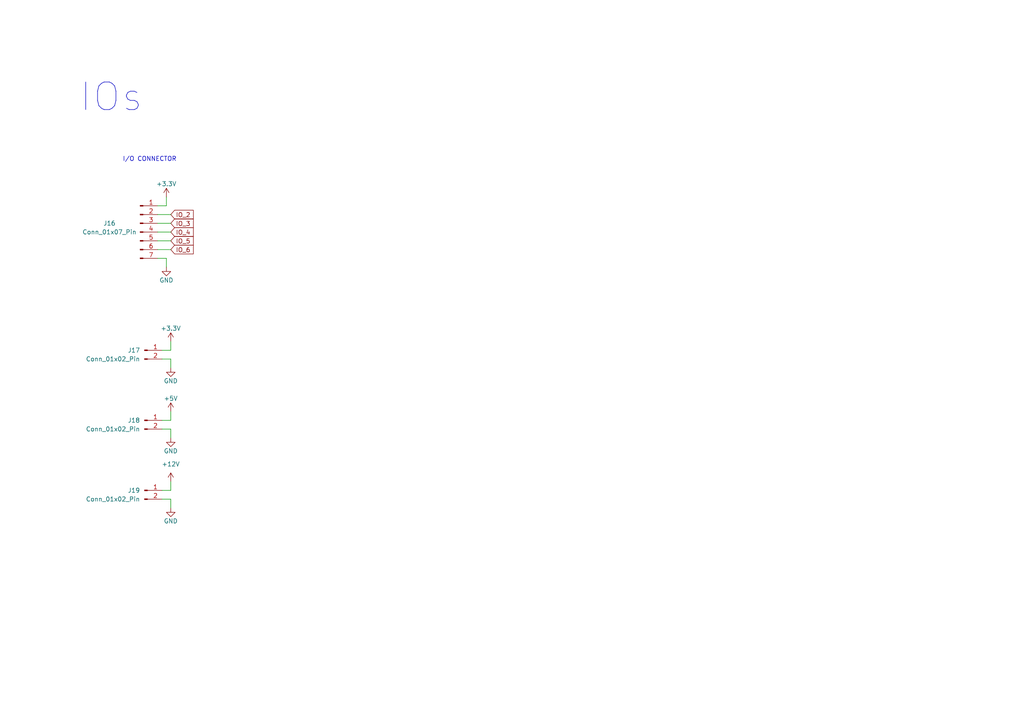
<source format=kicad_sch>
(kicad_sch (version 20230121) (generator eeschema)
  (paper "A4")
  (lib_symbols
    (symbol "Connector:Conn_01x02_Pin" (pin_names (offset 1.016) hide)
      (property "Reference" "J" (at 0 2.54 0))
      (property "Value" "Conn_01x02_Pin" (at 0 -5.08 0))
      (symbol "Conn_01x02_Pin_1_1"
        (polyline (pts (xy 1.27 -2.54) (xy 0.8636 -2.54)) (stroke (width 0.1524)))
        (polyline (pts (xy 1.27 0) (xy 0.8636 0)) (stroke (width 0.1524)))
        (rectangle (start 0.8636 -2.413) (end 0 -2.667) (stroke (width 0.1524)) (fill (type outline)))
        (rectangle (start 0.8636 0.127) (end 0 -0.127) (stroke (width 0.1524)) (fill (type outline)))
        (pin passive line (at 5.08 0 180) (length 3.81) (name "Pin_1") (number "1"))
        (pin passive line (at 5.08 -2.54 180) (length 3.81) (name "Pin_2") (number "2"))
      )
    )
    (symbol "Connector:Conn_01x07_Pin" (pin_names (offset 1.016) hide)
      (property "Reference" "J" (at 0 10.16 0))
      (property "Value" "Conn_01x07_Pin" (at 0 -10.16 0))
      (symbol "Conn_01x07_Pin_1_1"
        (polyline (pts (xy 1.27 -7.62) (xy 0.8636 -7.62)) (stroke (width 0.1524)))
        (polyline (pts (xy 1.27 -5.08) (xy 0.8636 -5.08)) (stroke (width 0.1524)))
        (polyline (pts (xy 1.27 -2.54) (xy 0.8636 -2.54)) (stroke (width 0.1524)))
        (polyline (pts (xy 1.27 0) (xy 0.8636 0)) (stroke (width 0.1524)))
        (polyline (pts (xy 1.27 2.54) (xy 0.8636 2.54)) (stroke (width 0.1524)))
        (polyline (pts (xy 1.27 5.08) (xy 0.8636 5.08)) (stroke (width 0.1524)))
        (polyline (pts (xy 1.27 7.62) (xy 0.8636 7.62)) (stroke (width 0.1524)))
        (rectangle (start 0.8636 -7.493) (end 0 -7.747) (stroke (width 0.1524)) (fill (type outline)))
        (rectangle (start 0.8636 -4.953) (end 0 -5.207) (stroke (width 0.1524)) (fill (type outline)))
        (rectangle (start 0.8636 -2.413) (end 0 -2.667) (stroke (width 0.1524)) (fill (type outline)))
        (rectangle (start 0.8636 0.127) (end 0 -0.127) (stroke (width 0.1524)) (fill (type outline)))
        (rectangle (start 0.8636 2.667) (end 0 2.413) (stroke (width 0.1524)) (fill (type outline)))
        (rectangle (start 0.8636 5.207) (end 0 4.953) (stroke (width 0.1524)) (fill (type outline)))
        (rectangle (start 0.8636 7.747) (end 0 7.493) (stroke (width 0.1524)) (fill (type outline)))
        (pin passive line (at 5.08 7.62 180) (length 3.81) (name "Pin_1") (number "1"))
        (pin passive line (at 5.08 5.08 180) (length 3.81) (name "Pin_2") (number "2"))
        (pin passive line (at 5.08 2.54 180) (length 3.81) (name "Pin_3") (number "3"))
        (pin passive line (at 5.08 0 180) (length 3.81) (name "Pin_4") (number "4"))
        (pin passive line (at 5.08 -2.54 180) (length 3.81) (name "Pin_5") (number "5"))
        (pin passive line (at 5.08 -5.08 180) (length 3.81) (name "Pin_6") (number "6"))
        (pin passive line (at 5.08 -7.62 180) (length 3.81) (name "Pin_7") (number "7"))
      )
    )
    (symbol "power:+12V" (power) (pin_names (offset 0))
      (property "Value" "+12V" (at 0 3.556 0))
      (symbol "+12V_0_1"
        (polyline (pts (xy -0.762 1.27) (xy 0 2.54)))
        (polyline (pts (xy 0 0) (xy 0 2.54)))
        (polyline (pts (xy 0 2.54) (xy 0.762 1.27)))
      )
      (symbol "+12V_1_1"
        (pin power_in line (at 0 0 90) (length 0) hide (name "+12V") (number "1"))
      )
    )
    (symbol "power:+3.3V" (power) (pin_names (offset 0))
      (property "Value" "+3.3V" (at 0 3.556 0))
      (symbol "+3.3V_0_1"
        (polyline (pts (xy -0.762 1.27) (xy 0 2.54)))
        (polyline (pts (xy 0 0) (xy 0 2.54)))
        (polyline (pts (xy 0 2.54) (xy 0.762 1.27)))
      )
      (symbol "+3.3V_1_1"
        (pin power_in line (at 0 0 90) (length 0) hide (name "+3.3V") (number "1"))
      )
    )
    (symbol "power:+5V" (power) (pin_names (offset 0))
      (property "Value" "+5V" (at 0 3.556 0))
      (symbol "+5V_0_1"
        (polyline (pts (xy -0.762 1.27) (xy 0 2.54)))
        (polyline (pts (xy 0 0) (xy 0 2.54)))
        (polyline (pts (xy 0 2.54) (xy 0.762 1.27)))
      )
      (symbol "+5V_1_1"
        (pin power_in line (at 0 0 90) (length 0) hide (name "+5V") (number "1"))
      )
    )
    (symbol "power:GND" (power) (pin_names (offset 0))
      (property "Value" "GND" (at 0 -3.81 0))
      (symbol "GND_0_1"
        (polyline (pts (xy 0 0) (xy 0 -1.27) (xy 1.27 -1.27) (xy 0 -2.54) (xy -1.27 -1.27) (xy 0 -1.27)))
      )
      (symbol "GND_1_1"
        (pin power_in line (at 0 0 270) (length 0) hide (name "GND") (number "1"))
      )
    )
  )
  (wire (pts (xy 49.53 144.78) (xy 49.53 147.32)))
  (wire (pts (xy 49.53 99.06) (xy 49.53 101.6)))
  (wire (pts (xy 46.99 104.14) (xy 49.53 104.14)))
  (wire (pts (xy 46.99 101.6) (xy 49.53 101.6)))
  (wire (pts (xy 49.53 104.14) (xy 49.53 106.68)))
  (wire (pts (xy 49.53 121.92) (xy 49.53 119.38)))
  (wire (pts (xy 49.53 124.46) (xy 49.53 127)))
  (wire (pts (xy 46.99 142.24) (xy 49.53 142.24)))
  (wire (pts (xy 45.72 64.77) (xy 49.53 64.77)))
  (wire (pts (xy 48.26 74.93) (xy 48.26 77.47)))
  (wire (pts (xy 48.26 74.93) (xy 45.72 74.93)))
  (wire (pts (xy 45.72 69.85) (xy 49.53 69.85)))
  (wire (pts (xy 48.26 59.69) (xy 45.72 59.69)))
  (wire (pts (xy 48.26 57.15) (xy 48.26 59.69)))
  (wire (pts (xy 49.53 139.7) (xy 49.53 142.24)))
  (wire (pts (xy 45.72 67.31) (xy 49.53 67.31)))
  (wire (pts (xy 46.99 144.78) (xy 49.53 144.78)))
  (wire (pts (xy 46.99 124.46) (xy 49.53 124.46)))
  (wire (pts (xy 45.72 62.23) (xy 49.53 62.23)))
  (wire (pts (xy 45.72 72.39) (xy 49.53 72.39)))
  (wire (pts (xy 46.99 121.92) (xy 49.53 121.92)))
  (text "I/O CONNECTOR" (at 35.56 46.99 0) (effects (font (size 1.27 1.27)) (justify left bottom)))
  (text "IOs" (at 22.86 33.02 0) (effects (font (size 8 8)) (justify left bottom)))
  (global_label "IO_5" (shape input) (at 49.53 69.85 0) (property "Intersheetrefs" "${INTERSHEET_REFS}" (effects hide)))
  (global_label "IO_2" (shape input) (at 49.53 62.23 0) (property "Intersheetrefs" "${INTERSHEET_REFS}" (effects hide)))
  (global_label "IO_3" (shape input) (at 49.53 64.77 0) (property "Intersheetrefs" "${INTERSHEET_REFS}" (effects hide)))
  (global_label "IO_4" (shape input) (at 49.53 67.31 0) (property "Intersheetrefs" "${INTERSHEET_REFS}" (effects hide)))
  (global_label "IO_6" (shape input) (at 49.53 72.39 0) (property "Intersheetrefs" "${INTERSHEET_REFS}" (effects hide)))
  (symbol (lib_id "power:GND") (at 49.53 147.32 0) (unit 1)
    (property "Reference" "#PWR097" (effects hide))
    (property "Value" "GND" (at 49.53 151.13 0))
  )
  (symbol (lib_id "Connector:Conn_01x02_Pin") (at 41.91 121.92 0) (unit 1)
    (property "Reference" "J18" (at 40.64 121.92 0) (effects (justify right)))
    (property "Value" "Conn_01x02_Pin" (at 40.64 124.46 0) (effects (justify right)))
    (property "Footprint" "Connector_PinHeader_2.54mm:PinHeader_1x04_P2.54mm_Vertical" (effects hide))
  )
  (symbol (lib_id "power:GND") (at 49.53 127 0) (unit 1)
    (property "Reference" "#PWR095" (effects hide))
    (property "Value" "GND" (at 49.53 130.81 0))
  )
  (symbol (lib_id "power:+3.3V") (at 49.53 99.06 0) (unit 1)
    (property "Reference" "#PWR092" (effects hide))
    (property "Value" "+3.3V" (at 49.53 95.25 0))
    (instances (project "RevA_Mecanismos" (path "" (reference "#PWR092") (unit 1))) (project "stepper_module_v2" (path "" (reference "#PWR?") (unit 1))))
  )
  (symbol (lib_id "Connector:Conn_01x02_Pin") (at 41.91 142.24 0) (unit 1)
    (property "Reference" "J19" (at 40.64 142.24 0) (effects (justify right)))
    (property "Value" "Conn_01x02_Pin" (at 40.64 144.78 0) (effects (justify right)))
    (property "Footprint" "Connector_PinHeader_2.54mm:PinHeader_1x04_P2.54mm_Vertical" (effects hide))
  )
  (symbol (lib_id "power:+5V") (at 49.53 119.38 0) (unit 1)
    (property "Reference" "#PWR094" (effects hide))
    (property "Value" "+5V" (at 49.53 115.57 0))
    (instances (project "RevA_Mecanismos" (path "" (reference "#PWR094") (unit 1))) (project "stepper_module_v2" (path "" (reference "#PWR?") (unit 1))))
  )
  (symbol (lib_id "Connector:Conn_01x02_Pin") (at 41.91 101.6 0) (unit 1)
    (property "Reference" "J17" (at 40.64 101.6 0) (effects (justify right)))
    (property "Value" "Conn_01x02_Pin" (at 40.64 104.14 0) (effects (justify right)))
    (property "Footprint" "Connector_PinHeader_2.54mm:PinHeader_1x02_P2.54mm_Vertical" (effects hide))
  )
  (symbol (lib_id "power:GND") (at 49.53 106.68 0) (unit 1)
    (property "Reference" "#PWR093" (effects hide))
    (property "Value" "GND" (at 49.53 110.49 0))
  )
  (symbol (lib_id "power:GND") (at 48.26 77.47 0) (unit 1)
    (property "Reference" "#PWR091" (effects hide))
    (property "Value" "GND" (at 48.26 81.28 0))
  )
  (symbol (lib_id "power:+12V") (at 49.53 139.7 0) (unit 1)
    (property "Reference" "#PWR096" (effects hide))
    (property "Value" "+12V" (at 49.53 134.62 0))
  )
  (symbol (lib_id "Connector:Conn_01x07_Pin") (at 40.64 67.31 0) (unit 1)
    (property "Reference" "J16" (at 31.75 64.77 0))
    (property "Value" "Conn_01x07_Pin" (at 31.75 67.31 0))
    (property "Footprint" "Connector_PinHeader_2.54mm:PinHeader_1x02_P2.54mm_Vertical" (effects hide))
  )
  (symbol (lib_id "power:+3.3V") (at 48.26 57.15 0) (unit 1)
    (property "Reference" "#PWR090" (effects hide))
    (property "Value" "+3.3V" (at 48.26 53.34 0))
  )
)
</source>
